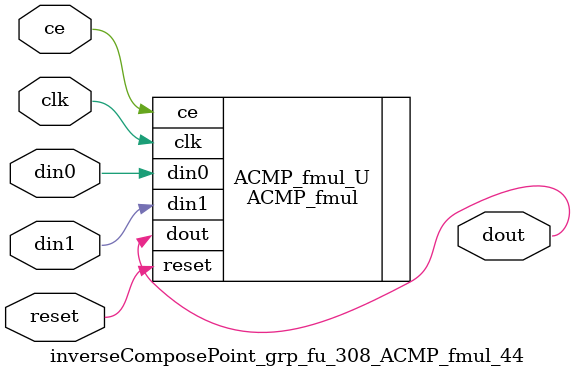
<source format=v>

`timescale 1 ns / 1 ps
module inverseComposePoint_grp_fu_308_ACMP_fmul_44(
    clk,
    reset,
    ce,
    din0,
    din1,
    dout);

parameter ID = 32'd1;
parameter NUM_STAGE = 32'd1;
parameter din0_WIDTH = 32'd1;
parameter din1_WIDTH = 32'd1;
parameter dout_WIDTH = 32'd1;
input clk;
input reset;
input ce;
input[din0_WIDTH - 1:0] din0;
input[din1_WIDTH - 1:0] din1;
output[dout_WIDTH - 1:0] dout;



ACMP_fmul #(
.ID( ID ),
.NUM_STAGE( 4 ),
.din0_WIDTH( din0_WIDTH ),
.din1_WIDTH( din1_WIDTH ),
.dout_WIDTH( dout_WIDTH ))
ACMP_fmul_U(
    .clk( clk ),
    .reset( reset ),
    .ce( ce ),
    .din0( din0 ),
    .din1( din1 ),
    .dout( dout ));

endmodule

</source>
